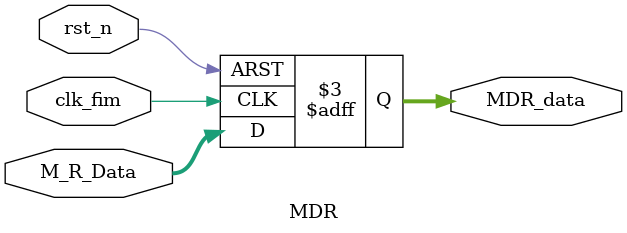
<source format=v>
`timescale 1ns / 1ps


module MDR(M_R_Data,clk_fim,rst_n,MDR_data);
   input [31:0]M_R_Data;
   input clk_fim;
   input rst_n;
   output reg [31:0]MDR_data;
   always@(negedge rst_n or posedge clk_fim)
   begin  
      if(!rst_n)
         MDR_data<=32'b0;
      else
         MDR_data<=M_R_Data;
   end
endmodule

</source>
